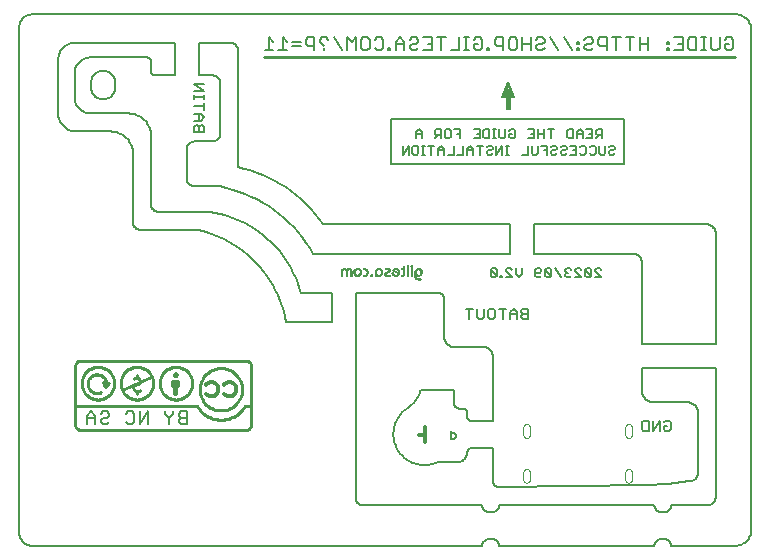
<source format=gbo>
G75*
G70*
%OFA0B0*%
%FSLAX24Y24*%
%IPPOS*%
%LPD*%
%AMOC8*
5,1,8,0,0,1.08239X$1,22.5*
%
%ADD10C,0.0050*%
%ADD11C,0.0080*%
%ADD12C,0.0100*%
%ADD13C,0.0060*%
%ADD14C,0.0004*%
%ADD15C,0.0120*%
%ADD16C,0.0020*%
%ADD17C,0.0040*%
D10*
X000929Y000534D02*
X015972Y000534D01*
X015972Y000562D01*
X015976Y000590D01*
X015983Y000617D01*
X015994Y000643D01*
X016008Y000667D01*
X016025Y000689D01*
X016045Y000709D01*
X016067Y000726D01*
X016091Y000740D01*
X016117Y000751D01*
X016144Y000758D01*
X016172Y000762D01*
X016322Y000762D01*
X016350Y000758D01*
X016377Y000751D01*
X016403Y000740D01*
X016427Y000726D01*
X016449Y000709D01*
X016469Y000689D01*
X016486Y000667D01*
X016500Y000643D01*
X016511Y000617D01*
X016518Y000590D01*
X016522Y000562D01*
X016522Y000534D01*
X021709Y000534D01*
X021709Y000562D01*
X021713Y000590D01*
X021720Y000617D01*
X021731Y000643D01*
X021745Y000667D01*
X021762Y000689D01*
X021782Y000709D01*
X021804Y000726D01*
X021828Y000740D01*
X021854Y000751D01*
X021881Y000758D01*
X021909Y000762D01*
X022059Y000762D01*
X022088Y000758D01*
X022115Y000751D01*
X022141Y000741D01*
X022166Y000727D01*
X022189Y000710D01*
X022209Y000690D01*
X022227Y000668D01*
X022241Y000643D01*
X022253Y000617D01*
X022260Y000590D01*
X022264Y000562D01*
X022265Y000534D01*
X022264Y000534D02*
X024328Y000534D01*
X024327Y000533D02*
X024374Y000530D01*
X024420Y000531D01*
X024466Y000536D01*
X024512Y000544D01*
X024556Y000557D01*
X024600Y000573D01*
X024642Y000592D01*
X024682Y000615D01*
X024720Y000641D01*
X024756Y000671D01*
X024790Y000703D01*
X024821Y000737D01*
X024848Y000775D01*
X024873Y000814D01*
X024894Y000855D01*
X024912Y000898D01*
X024926Y000942D01*
X024936Y000987D01*
X024943Y001033D01*
X024943Y001034D02*
X024943Y017752D01*
X024943Y017753D02*
X024936Y017798D01*
X024926Y017844D01*
X024911Y017888D01*
X024894Y017930D01*
X024872Y017971D01*
X024848Y018011D01*
X024820Y018048D01*
X024789Y018082D01*
X024756Y018114D01*
X024720Y018143D01*
X024682Y018170D01*
X024641Y018192D01*
X024599Y018212D01*
X024556Y018228D01*
X024511Y018240D01*
X024466Y018248D01*
X024420Y018253D01*
X024374Y018254D01*
X024327Y018251D01*
X024328Y018250D02*
X000929Y018250D01*
X000930Y018250D02*
X000889Y018243D01*
X000849Y018233D01*
X000809Y018219D01*
X000772Y018201D01*
X000736Y018180D01*
X000702Y018156D01*
X000671Y018129D01*
X000642Y018099D01*
X000616Y018066D01*
X000593Y018032D01*
X000574Y017995D01*
X000558Y017956D01*
X000546Y017917D01*
X000537Y017876D01*
X000532Y017835D01*
X000531Y017793D01*
X000534Y017752D01*
X000534Y001034D01*
X000531Y000993D01*
X000532Y000951D01*
X000537Y000910D01*
X000545Y000869D01*
X000558Y000829D01*
X000574Y000791D01*
X000593Y000754D01*
X000616Y000719D01*
X000642Y000686D01*
X000670Y000656D01*
X000702Y000629D01*
X000736Y000604D01*
X000772Y000583D01*
X000809Y000565D01*
X000848Y000551D01*
X000889Y000541D01*
X000930Y000534D01*
X009437Y007981D02*
X009399Y008165D01*
X009352Y008348D01*
X009296Y008528D01*
X009232Y008705D01*
X009159Y008878D01*
X009077Y009048D01*
X008988Y009214D01*
X008890Y009375D01*
X008785Y009532D01*
X008672Y009683D01*
X008552Y009828D01*
X008425Y009967D01*
X008291Y010100D01*
X008151Y010226D01*
X008005Y010345D01*
X007854Y010457D01*
X007697Y010562D01*
X007535Y010659D01*
X007369Y010747D01*
X007199Y010828D01*
X007025Y010900D01*
X006847Y010964D01*
X006667Y011019D01*
X006484Y011065D01*
X004578Y011065D01*
X004548Y011067D01*
X004518Y011072D01*
X004489Y011081D01*
X004462Y011094D01*
X004436Y011109D01*
X004412Y011128D01*
X004391Y011149D01*
X004372Y011173D01*
X004357Y011199D01*
X004344Y011226D01*
X004335Y011255D01*
X004330Y011285D01*
X004328Y011315D01*
X004328Y013595D01*
X004326Y013649D01*
X004320Y013702D01*
X004311Y013754D01*
X004298Y013806D01*
X004281Y013857D01*
X004260Y013907D01*
X004236Y013954D01*
X004209Y014000D01*
X004178Y014044D01*
X004145Y014086D01*
X004108Y014125D01*
X004069Y014162D01*
X004027Y014195D01*
X003983Y014226D01*
X003937Y014253D01*
X003890Y014277D01*
X003840Y014298D01*
X003789Y014315D01*
X003737Y014328D01*
X003685Y014337D01*
X003632Y014343D01*
X003578Y014345D01*
X002387Y014345D01*
X002341Y014350D01*
X002296Y014359D01*
X002251Y014371D01*
X002207Y014386D01*
X002165Y014405D01*
X002124Y014428D01*
X002085Y014453D01*
X002048Y014481D01*
X002014Y014512D01*
X001982Y014546D01*
X001953Y014582D01*
X001927Y014621D01*
X001903Y014661D01*
X001884Y014703D01*
X001867Y014746D01*
X001854Y014791D01*
X001844Y014836D01*
X001838Y014882D01*
X001836Y014928D01*
X001837Y014975D01*
X001837Y016756D01*
X001839Y016801D01*
X001845Y016847D01*
X001854Y016891D01*
X001867Y016935D01*
X001883Y016977D01*
X001903Y017018D01*
X001927Y017057D01*
X001953Y017094D01*
X001982Y017129D01*
X002014Y017161D01*
X002049Y017190D01*
X002086Y017216D01*
X002125Y017240D01*
X002166Y017260D01*
X002208Y017276D01*
X002252Y017289D01*
X002296Y017298D01*
X002342Y017304D01*
X002387Y017306D01*
X005733Y017306D01*
X005733Y016215D01*
X005078Y016215D01*
X005055Y016217D01*
X005032Y016222D01*
X005010Y016231D01*
X004990Y016244D01*
X004972Y016259D01*
X004957Y016277D01*
X004944Y016297D01*
X004935Y016319D01*
X004930Y016342D01*
X004928Y016365D01*
X004928Y016665D01*
X004926Y016688D01*
X004921Y016711D01*
X004912Y016733D01*
X004899Y016753D01*
X004884Y016771D01*
X004866Y016786D01*
X004846Y016799D01*
X004824Y016808D01*
X004801Y016813D01*
X004778Y016815D01*
X002928Y016815D01*
X002883Y016813D01*
X002837Y016807D01*
X002793Y016798D01*
X002749Y016785D01*
X002707Y016769D01*
X002666Y016749D01*
X002627Y016725D01*
X002590Y016699D01*
X002555Y016670D01*
X002523Y016638D01*
X002494Y016603D01*
X002468Y016566D01*
X002444Y016527D01*
X002424Y016486D01*
X002408Y016444D01*
X002395Y016400D01*
X002386Y016356D01*
X002380Y016310D01*
X002378Y016265D01*
X002378Y015495D01*
X002380Y015450D01*
X002386Y015404D01*
X002395Y015360D01*
X002408Y015316D01*
X002424Y015274D01*
X002444Y015233D01*
X002468Y015194D01*
X002494Y015157D01*
X002523Y015122D01*
X002555Y015090D01*
X002590Y015061D01*
X002627Y015035D01*
X002666Y015011D01*
X002707Y014991D01*
X002749Y014975D01*
X002793Y014962D01*
X002837Y014953D01*
X002883Y014947D01*
X002928Y014945D01*
X004178Y014945D01*
X004232Y014943D01*
X004285Y014937D01*
X004337Y014928D01*
X004389Y014915D01*
X004440Y014898D01*
X004490Y014877D01*
X004537Y014853D01*
X004583Y014826D01*
X004627Y014795D01*
X004669Y014762D01*
X004708Y014725D01*
X004745Y014686D01*
X004778Y014644D01*
X004809Y014600D01*
X004836Y014554D01*
X004860Y014507D01*
X004881Y014457D01*
X004898Y014406D01*
X004911Y014354D01*
X004920Y014302D01*
X004926Y014249D01*
X004928Y014195D01*
X004928Y011915D01*
X004930Y011885D01*
X004935Y011855D01*
X004944Y011826D01*
X004957Y011799D01*
X004972Y011773D01*
X004991Y011749D01*
X005012Y011728D01*
X005036Y011709D01*
X005062Y011694D01*
X005089Y011681D01*
X005118Y011672D01*
X005148Y011667D01*
X005178Y011665D01*
X006878Y011665D01*
X007228Y012515D02*
X006378Y012515D01*
X006348Y012517D01*
X006318Y012522D01*
X006289Y012531D01*
X006262Y012544D01*
X006236Y012559D01*
X006212Y012578D01*
X006191Y012599D01*
X006172Y012623D01*
X006157Y012649D01*
X006144Y012676D01*
X006135Y012705D01*
X006130Y012735D01*
X006128Y012765D01*
X006128Y013765D01*
X006130Y013795D01*
X006135Y013825D01*
X006144Y013854D01*
X006157Y013881D01*
X006172Y013907D01*
X006191Y013931D01*
X006212Y013952D01*
X006236Y013971D01*
X006262Y013986D01*
X006289Y013999D01*
X006318Y014008D01*
X006348Y014013D01*
X006378Y014015D01*
X006978Y014015D01*
X007008Y014017D01*
X007038Y014022D01*
X007067Y014031D01*
X007094Y014044D01*
X007120Y014059D01*
X007144Y014078D01*
X007165Y014099D01*
X007184Y014123D01*
X007199Y014149D01*
X007212Y014176D01*
X007221Y014205D01*
X007226Y014235D01*
X007228Y014265D01*
X007228Y015965D01*
X007226Y015995D01*
X007221Y016025D01*
X007212Y016054D01*
X007199Y016081D01*
X007184Y016107D01*
X007165Y016131D01*
X007144Y016152D01*
X007120Y016171D01*
X007094Y016186D01*
X007067Y016199D01*
X007038Y016208D01*
X007008Y016213D01*
X006978Y016215D01*
X006521Y016215D01*
X006521Y017306D01*
X007568Y017306D01*
X007569Y017306D02*
X007599Y017304D01*
X007628Y017299D01*
X007657Y017291D01*
X007684Y017279D01*
X007710Y017263D01*
X007734Y017245D01*
X007755Y017224D01*
X007774Y017201D01*
X007790Y017175D01*
X007802Y017148D01*
X007811Y017119D01*
X007817Y017090D01*
X007819Y017060D01*
X007818Y017060D02*
X007818Y013156D01*
X010657Y011256D02*
X016908Y011256D01*
X016908Y010259D01*
X010328Y010259D01*
X011709Y009704D02*
X011751Y009754D01*
X011774Y009769D01*
X011836Y009769D01*
X011889Y009734D01*
X011911Y009689D01*
X011911Y009629D01*
X011891Y009591D01*
X011869Y009564D01*
X011836Y009549D01*
X011801Y009541D02*
X011736Y009569D01*
X011704Y009631D01*
X011709Y009704D01*
X011747Y008965D02*
X011747Y002142D01*
X011747Y002141D02*
X011748Y002112D01*
X011752Y002083D01*
X011760Y002054D01*
X011771Y002027D01*
X011786Y002001D01*
X011803Y001977D01*
X011823Y001955D01*
X011846Y001936D01*
X011871Y001920D01*
X011897Y001907D01*
X011925Y001897D01*
X011954Y001891D01*
X011984Y001888D01*
X011983Y001888D02*
X015972Y001888D01*
X015972Y001860D01*
X015976Y001832D01*
X015983Y001805D01*
X015994Y001779D01*
X016008Y001755D01*
X016025Y001733D01*
X016045Y001713D01*
X016067Y001696D01*
X016091Y001682D01*
X016117Y001671D01*
X016144Y001664D01*
X016172Y001660D01*
X016322Y001660D01*
X016350Y001664D01*
X016377Y001671D01*
X016403Y001682D01*
X016427Y001696D01*
X016449Y001713D01*
X016469Y001733D01*
X016486Y001755D01*
X016500Y001779D01*
X016511Y001805D01*
X016518Y001832D01*
X016522Y001860D01*
X016522Y001888D01*
X021709Y001888D01*
X021709Y001860D01*
X021713Y001832D01*
X021720Y001805D01*
X021731Y001779D01*
X021745Y001755D01*
X021762Y001733D01*
X021782Y001713D01*
X021804Y001696D01*
X021828Y001682D01*
X021854Y001671D01*
X021881Y001664D01*
X021909Y001660D01*
X022059Y001660D01*
X022088Y001664D01*
X022115Y001671D01*
X022141Y001681D01*
X022166Y001695D01*
X022189Y001712D01*
X022209Y001732D01*
X022227Y001754D01*
X022241Y001779D01*
X022253Y001805D01*
X022260Y001832D01*
X022264Y001860D01*
X022265Y001888D01*
X022264Y001888D02*
X023464Y001888D01*
X023497Y001890D01*
X023530Y001896D01*
X023562Y001905D01*
X023592Y001918D01*
X023621Y001935D01*
X023648Y001954D01*
X023673Y001976D01*
X023695Y002001D01*
X023714Y002028D01*
X023730Y002058D01*
X023742Y002088D01*
X023751Y002120D01*
X023756Y002153D01*
X023758Y002186D01*
X023758Y006464D01*
X021278Y006464D01*
X021278Y005715D01*
X021282Y005676D01*
X021290Y005637D01*
X021301Y005600D01*
X021315Y005563D01*
X021333Y005528D01*
X021355Y005495D01*
X021379Y005464D01*
X021406Y005435D01*
X021435Y005409D01*
X021467Y005386D01*
X021500Y005365D01*
X021536Y005348D01*
X021573Y005334D01*
X021611Y005324D01*
X021649Y005317D01*
X021689Y005314D01*
X021728Y005315D01*
X022828Y005315D01*
X022827Y005316D02*
X022863Y005311D01*
X022899Y005303D01*
X022933Y005291D01*
X022967Y005276D01*
X022998Y005258D01*
X023028Y005237D01*
X023055Y005213D01*
X023080Y005186D01*
X023102Y005157D01*
X023121Y005126D01*
X023137Y005094D01*
X023150Y005059D01*
X023160Y005024D01*
X023166Y004988D01*
X023168Y004952D01*
X023167Y004916D01*
X023167Y004915D02*
X023167Y002977D01*
X023165Y002944D01*
X023160Y002912D01*
X023151Y002880D01*
X023138Y002849D01*
X023122Y002821D01*
X023103Y002794D01*
X023081Y002769D01*
X023056Y002747D01*
X023029Y002728D01*
X023001Y002712D01*
X022970Y002699D01*
X022938Y002690D01*
X022906Y002685D01*
X022873Y002683D01*
X021424Y002565D02*
X016564Y002479D01*
X016534Y002481D01*
X016504Y002486D01*
X016475Y002495D01*
X016448Y002508D01*
X016422Y002523D01*
X016398Y002542D01*
X016377Y002563D01*
X016358Y002587D01*
X016343Y002613D01*
X016330Y002640D01*
X016321Y002669D01*
X016316Y002699D01*
X016314Y002729D01*
X016314Y003798D01*
X015645Y003798D01*
X015622Y003799D01*
X015599Y003796D01*
X015576Y003790D01*
X015555Y003780D01*
X015535Y003768D01*
X015517Y003753D01*
X015502Y003736D01*
X015489Y003716D01*
X015479Y003695D01*
X015472Y003673D01*
X015469Y003650D01*
X015468Y003649D02*
X015467Y003616D01*
X015462Y003583D01*
X015453Y003551D01*
X015442Y003520D01*
X015427Y003490D01*
X015409Y003462D01*
X015388Y003436D01*
X015365Y003412D01*
X015340Y003391D01*
X015312Y003372D01*
X015282Y003357D01*
X015251Y003345D01*
X015219Y003336D01*
X015186Y003330D01*
X015153Y003328D01*
X014493Y003328D01*
X014436Y003302D01*
X014377Y003280D01*
X014317Y003262D01*
X014255Y003248D01*
X014193Y003237D01*
X014131Y003230D01*
X014068Y003226D01*
X014005Y003227D01*
X013942Y003231D01*
X013880Y003239D01*
X013818Y003251D01*
X013757Y003267D01*
X013697Y003286D01*
X013639Y003309D01*
X013582Y003335D01*
X013526Y003365D01*
X013473Y003398D01*
X013421Y003434D01*
X013372Y003473D01*
X013326Y003515D01*
X013281Y003560D01*
X013240Y003608D01*
X013202Y003658D01*
X013167Y003710D01*
X013135Y003764D01*
X013106Y003820D01*
X013081Y003878D01*
X013059Y003937D01*
X013041Y003997D01*
X013027Y004058D01*
X013016Y004120D01*
X013009Y004183D01*
X013006Y004246D01*
X013007Y004308D01*
X013011Y004371D01*
X013020Y004434D01*
X013032Y004495D01*
X013048Y004556D01*
X013067Y004616D01*
X013090Y004675D01*
X013117Y004732D01*
X013147Y004787D01*
X013180Y004840D01*
X013216Y004892D01*
X013256Y004941D01*
X013298Y004987D01*
X013343Y005031D01*
X013391Y005072D01*
X013441Y005110D01*
X013928Y005738D02*
X015028Y005738D01*
X015028Y005288D01*
X015029Y005288D02*
X015028Y005264D01*
X015031Y005241D01*
X015038Y005219D01*
X015047Y005197D01*
X015059Y005177D01*
X015075Y005160D01*
X015092Y005144D01*
X015112Y005131D01*
X015133Y005121D01*
X015155Y005114D01*
X015178Y005111D01*
X015178Y005110D02*
X015318Y005110D01*
X015341Y005106D01*
X015363Y005100D01*
X015384Y005091D01*
X015403Y005078D01*
X015421Y005063D01*
X015436Y005046D01*
X015448Y005027D01*
X015458Y005006D01*
X015464Y004984D01*
X015468Y004961D01*
X015468Y004938D01*
X015468Y004876D01*
X015469Y004876D02*
X015468Y004853D01*
X015471Y004830D01*
X015477Y004808D01*
X015486Y004787D01*
X015498Y004767D01*
X015512Y004749D01*
X015529Y004733D01*
X015548Y004720D01*
X015569Y004710D01*
X015591Y004703D01*
X015614Y004699D01*
X015613Y004698D02*
X016314Y004698D01*
X016314Y006881D01*
X016314Y006880D02*
X016310Y006913D01*
X016303Y006944D01*
X016293Y006975D01*
X016279Y007005D01*
X016262Y007032D01*
X016242Y007058D01*
X016219Y007081D01*
X016193Y007101D01*
X016166Y007119D01*
X016137Y007133D01*
X016106Y007144D01*
X016074Y007152D01*
X016042Y007155D01*
X016010Y007156D01*
X016009Y007156D02*
X015014Y007156D01*
X014979Y007160D01*
X014944Y007169D01*
X014910Y007180D01*
X014878Y007195D01*
X014847Y007214D01*
X014819Y007236D01*
X014793Y007260D01*
X014770Y007287D01*
X014749Y007316D01*
X014732Y007348D01*
X014718Y007381D01*
X014708Y007415D01*
X014701Y007450D01*
X014698Y007485D01*
X014699Y007521D01*
X014699Y008765D01*
X014700Y008765D02*
X014697Y008792D01*
X014690Y008819D01*
X014680Y008845D01*
X014666Y008869D01*
X014650Y008891D01*
X014630Y008911D01*
X014609Y008928D01*
X014585Y008942D01*
X014560Y008953D01*
X014533Y008960D01*
X014506Y008964D01*
X014478Y008965D01*
X011747Y008965D01*
X010960Y008965D02*
X010960Y007981D01*
X009437Y007981D01*
X009928Y008965D02*
X010960Y008965D01*
X013928Y005738D02*
X013910Y005678D01*
X013888Y005619D01*
X013862Y005562D01*
X013833Y005506D01*
X013801Y005453D01*
X013765Y005401D01*
X013727Y005351D01*
X013686Y005304D01*
X013641Y005259D01*
X013595Y005218D01*
X013545Y005179D01*
X013494Y005143D01*
X013440Y005110D01*
X010657Y011256D02*
X010530Y011434D01*
X010394Y011605D01*
X010250Y011770D01*
X010099Y011928D01*
X009940Y012078D01*
X009774Y012221D01*
X009601Y012356D01*
X009422Y012482D01*
X009238Y012599D01*
X009047Y012707D01*
X008852Y012806D01*
X008653Y012896D01*
X008449Y012976D01*
X008242Y013046D01*
X008031Y013106D01*
X007818Y013156D01*
X003728Y015815D02*
X003728Y015965D01*
X003726Y016004D01*
X003720Y016043D01*
X003711Y016081D01*
X003698Y016118D01*
X003681Y016154D01*
X003661Y016187D01*
X003637Y016219D01*
X003611Y016248D01*
X003582Y016274D01*
X003550Y016298D01*
X003517Y016318D01*
X003481Y016335D01*
X003444Y016348D01*
X003406Y016357D01*
X003367Y016363D01*
X003328Y016365D01*
X003289Y016363D01*
X003250Y016357D01*
X003212Y016348D01*
X003175Y016335D01*
X003139Y016318D01*
X003106Y016298D01*
X003074Y016274D01*
X003045Y016248D01*
X003019Y016219D01*
X002995Y016187D01*
X002975Y016154D01*
X002958Y016118D01*
X002945Y016081D01*
X002936Y016043D01*
X002930Y016004D01*
X002928Y015965D01*
X002928Y015815D01*
X002930Y015776D01*
X002936Y015737D01*
X002945Y015699D01*
X002958Y015662D01*
X002975Y015626D01*
X002995Y015593D01*
X003019Y015561D01*
X003045Y015532D01*
X003074Y015506D01*
X003106Y015482D01*
X003139Y015462D01*
X003175Y015445D01*
X003212Y015432D01*
X003250Y015423D01*
X003289Y015417D01*
X003328Y015415D01*
X003367Y015417D01*
X003406Y015423D01*
X003444Y015432D01*
X003481Y015445D01*
X003517Y015462D01*
X003550Y015482D01*
X003582Y015506D01*
X003611Y015532D01*
X003637Y015561D01*
X003661Y015593D01*
X003681Y015626D01*
X003698Y015662D01*
X003711Y015699D01*
X003720Y015737D01*
X003726Y015776D01*
X003728Y015815D01*
X013318Y013874D02*
X013318Y013573D01*
X013518Y013874D01*
X013518Y013573D01*
X013640Y013624D02*
X013640Y013824D01*
X013690Y013874D01*
X013790Y013874D01*
X013840Y013824D01*
X013840Y013624D01*
X013790Y013573D01*
X013690Y013573D01*
X013640Y013624D01*
X013955Y013573D02*
X014055Y013573D01*
X014005Y013573D02*
X014005Y013874D01*
X014055Y013874D02*
X013955Y013874D01*
X014177Y013874D02*
X014377Y013874D01*
X014277Y013874D02*
X014277Y013573D01*
X014499Y013573D02*
X014499Y013774D01*
X014600Y013874D01*
X014700Y013774D01*
X014700Y013573D01*
X014822Y013573D02*
X015022Y013573D01*
X015022Y013874D01*
X015144Y013573D02*
X015344Y013573D01*
X015344Y013874D01*
X015466Y013774D02*
X015466Y013573D01*
X015466Y013724D02*
X015666Y013724D01*
X015666Y013774D02*
X015566Y013874D01*
X015466Y013774D01*
X015666Y013774D02*
X015666Y013573D01*
X015889Y013573D02*
X015889Y013874D01*
X015989Y013874D02*
X015789Y013874D01*
X015881Y014123D02*
X015681Y014123D01*
X015781Y014274D02*
X015881Y014274D01*
X015881Y014424D02*
X015881Y014123D01*
X016003Y014174D02*
X016003Y014374D01*
X016053Y014424D01*
X016204Y014424D01*
X016204Y014123D01*
X016053Y014123D01*
X016003Y014174D01*
X015881Y014424D02*
X015681Y014424D01*
X015237Y014424D02*
X015237Y014123D01*
X015237Y014274D02*
X015137Y014274D01*
X015237Y014424D02*
X015037Y014424D01*
X014915Y014374D02*
X014915Y014174D01*
X014864Y014123D01*
X014764Y014123D01*
X014714Y014174D01*
X014714Y014374D01*
X014764Y014424D01*
X014864Y014424D01*
X014915Y014374D01*
X014592Y014424D02*
X014592Y014123D01*
X014592Y014224D02*
X014442Y014224D01*
X014392Y014274D01*
X014392Y014374D01*
X014442Y014424D01*
X014592Y014424D01*
X014492Y014224D02*
X014392Y014123D01*
X014499Y013724D02*
X014700Y013724D01*
X013948Y014123D02*
X013948Y014324D01*
X013848Y014424D01*
X013748Y014324D01*
X013748Y014123D01*
X013748Y014274D02*
X013948Y014274D01*
X016111Y013824D02*
X016161Y013874D01*
X016261Y013874D01*
X016311Y013824D01*
X016311Y013774D01*
X016261Y013724D01*
X016161Y013724D01*
X016111Y013674D01*
X016111Y013624D01*
X016161Y013573D01*
X016261Y013573D01*
X016311Y013624D01*
X016433Y013573D02*
X016433Y013874D01*
X016633Y013874D02*
X016433Y013573D01*
X016633Y013573D02*
X016633Y013874D01*
X016748Y013874D02*
X016848Y013874D01*
X016798Y013874D02*
X016798Y013573D01*
X016848Y013573D02*
X016748Y013573D01*
X017293Y013573D02*
X017493Y013573D01*
X017493Y013874D01*
X017615Y013874D02*
X017615Y013624D01*
X017665Y013573D01*
X017765Y013573D01*
X017815Y013624D01*
X017815Y013874D01*
X017937Y013874D02*
X018137Y013874D01*
X018137Y013573D01*
X018259Y013624D02*
X018309Y013573D01*
X018410Y013573D01*
X018460Y013624D01*
X018410Y013724D02*
X018309Y013724D01*
X018259Y013674D01*
X018259Y013624D01*
X018137Y013724D02*
X018037Y013724D01*
X018259Y013824D02*
X018309Y013874D01*
X018410Y013874D01*
X018460Y013824D01*
X018460Y013774D01*
X018410Y013724D01*
X018582Y013674D02*
X018582Y013624D01*
X018632Y013573D01*
X018732Y013573D01*
X018782Y013624D01*
X018732Y013724D02*
X018632Y013724D01*
X018582Y013674D01*
X018582Y013824D02*
X018632Y013874D01*
X018732Y013874D01*
X018782Y013824D01*
X018782Y013774D01*
X018732Y013724D01*
X018904Y013874D02*
X019104Y013874D01*
X019104Y013573D01*
X018904Y013573D01*
X019004Y013724D02*
X019104Y013724D01*
X019226Y013824D02*
X019276Y013874D01*
X019376Y013874D01*
X019426Y013824D01*
X019426Y013624D01*
X019376Y013573D01*
X019276Y013573D01*
X019226Y013624D01*
X019548Y013624D02*
X019599Y013573D01*
X019699Y013573D01*
X019749Y013624D01*
X019749Y013824D01*
X019699Y013874D01*
X019599Y013874D01*
X019548Y013824D01*
X019871Y013874D02*
X019871Y013624D01*
X019921Y013573D01*
X020021Y013573D01*
X020071Y013624D01*
X020071Y013874D01*
X020193Y013824D02*
X020243Y013874D01*
X020343Y013874D01*
X020393Y013824D01*
X020393Y013774D01*
X020343Y013724D01*
X020243Y013724D01*
X020193Y013674D01*
X020193Y013624D01*
X020243Y013573D01*
X020343Y013573D01*
X020393Y013624D01*
X019963Y014123D02*
X019963Y014424D01*
X019813Y014424D01*
X019763Y014374D01*
X019763Y014274D01*
X019813Y014224D01*
X019963Y014224D01*
X019863Y014224D02*
X019763Y014123D01*
X019641Y014123D02*
X019441Y014123D01*
X019319Y014123D02*
X019319Y014324D01*
X019219Y014424D01*
X019119Y014324D01*
X019119Y014123D01*
X018997Y014123D02*
X018997Y014424D01*
X018847Y014424D01*
X018796Y014374D01*
X018796Y014174D01*
X018847Y014123D01*
X018997Y014123D01*
X019119Y014274D02*
X019319Y014274D01*
X019441Y014424D02*
X019641Y014424D01*
X019641Y014123D01*
X019641Y014274D02*
X019541Y014274D01*
X018352Y014424D02*
X018152Y014424D01*
X018252Y014424D02*
X018252Y014123D01*
X018030Y014123D02*
X018030Y014424D01*
X018030Y014274D02*
X017830Y014274D01*
X017708Y014274D02*
X017607Y014274D01*
X017507Y014424D02*
X017708Y014424D01*
X017708Y014123D01*
X017507Y014123D01*
X017830Y014123D02*
X017830Y014424D01*
X017063Y014374D02*
X017063Y014174D01*
X017013Y014123D01*
X016913Y014123D01*
X016863Y014174D01*
X016863Y014274D01*
X016963Y014274D01*
X017063Y014374D02*
X017013Y014424D01*
X016913Y014424D01*
X016863Y014374D01*
X016741Y014424D02*
X016741Y014174D01*
X016691Y014123D01*
X016591Y014123D01*
X016541Y014174D01*
X016541Y014424D01*
X016418Y014424D02*
X016318Y014424D01*
X016368Y014424D02*
X016368Y014123D01*
X016418Y014123D02*
X016318Y014123D01*
X017695Y011256D02*
X017695Y010259D01*
X021028Y010259D01*
X021058Y010258D01*
X021087Y010253D01*
X021116Y010244D01*
X021143Y010232D01*
X021169Y010217D01*
X021192Y010199D01*
X021214Y010178D01*
X021232Y010155D01*
X021248Y010130D01*
X021261Y010103D01*
X021270Y010074D01*
X021276Y010045D01*
X021278Y010015D01*
X021278Y007252D01*
X023758Y007252D01*
X023758Y010915D01*
X023757Y010916D02*
X023756Y010951D01*
X023751Y010985D01*
X023742Y011019D01*
X023730Y011052D01*
X023715Y011084D01*
X023696Y011114D01*
X023674Y011141D01*
X023650Y011166D01*
X023623Y011189D01*
X023594Y011208D01*
X023563Y011225D01*
X023531Y011238D01*
X023497Y011248D01*
X023462Y011254D01*
X023427Y011256D01*
X023428Y011256D02*
X017695Y011256D01*
X021424Y002565D02*
X022150Y002608D01*
X022873Y002683D01*
X009928Y008965D02*
X009877Y009137D01*
X009818Y009307D01*
X009751Y009474D01*
X009675Y009637D01*
X009592Y009797D01*
X009501Y009952D01*
X009403Y010102D01*
X009298Y010248D01*
X009185Y010388D01*
X009066Y010523D01*
X008941Y010652D01*
X008809Y010774D01*
X008671Y010890D01*
X008528Y010999D01*
X008380Y011101D01*
X008227Y011195D01*
X008070Y011282D01*
X007909Y011362D01*
X007744Y011433D01*
X007576Y011496D01*
X007404Y011551D01*
X007231Y011598D01*
X007055Y011636D01*
X006878Y011665D01*
X007228Y012515D02*
X007443Y012468D01*
X007655Y012410D01*
X007864Y012342D01*
X008070Y012264D01*
X008271Y012176D01*
X008469Y012079D01*
X008661Y011972D01*
X008847Y011856D01*
X009028Y011730D01*
X009203Y011597D01*
X009371Y011455D01*
X009532Y011305D01*
X009685Y011147D01*
X009831Y010983D01*
X009968Y010811D01*
X010097Y010633D01*
X010217Y010449D01*
X010328Y010259D01*
D11*
X012928Y013246D02*
X012928Y014746D01*
X020678Y014746D01*
X020678Y013246D01*
X012928Y013246D01*
X016778Y015096D02*
X016878Y015096D01*
X016878Y015496D01*
X016828Y015496D01*
X016778Y015496D01*
X016778Y015096D01*
X016828Y015096D02*
X016828Y015496D01*
X016878Y015496D02*
X017028Y015496D01*
X016828Y015996D01*
X016628Y015496D01*
X016778Y015496D01*
X016728Y015546D02*
X016978Y015546D01*
X016878Y015796D01*
X016778Y015596D01*
X016878Y015596D01*
X016878Y015696D01*
X016828Y015846D02*
X016728Y015546D01*
X016665Y017057D02*
X016665Y017478D01*
X016455Y017478D01*
X016385Y017407D01*
X016385Y017267D01*
X016455Y017197D01*
X016665Y017197D01*
X016845Y017127D02*
X016915Y017057D01*
X017055Y017057D01*
X017125Y017127D01*
X017125Y017407D01*
X017055Y017478D01*
X016915Y017478D01*
X016845Y017407D01*
X016845Y017127D01*
X017306Y017057D02*
X017306Y017478D01*
X017306Y017267D02*
X017586Y017267D01*
X017766Y017197D02*
X017766Y017127D01*
X017836Y017057D01*
X017976Y017057D01*
X018046Y017127D01*
X017976Y017267D02*
X017836Y017267D01*
X017766Y017197D01*
X017766Y017407D02*
X017836Y017478D01*
X017976Y017478D01*
X018046Y017407D01*
X018046Y017337D01*
X017976Y017267D01*
X017586Y017057D02*
X017586Y017478D01*
X018226Y017478D02*
X018507Y017057D01*
X018687Y017478D02*
X018967Y017057D01*
X019127Y017057D02*
X019127Y017127D01*
X019197Y017127D01*
X019197Y017057D01*
X019127Y017057D01*
X019127Y017267D02*
X019197Y017267D01*
X019197Y017337D01*
X019127Y017337D01*
X019127Y017267D01*
X019377Y017197D02*
X019377Y017127D01*
X019447Y017057D01*
X019587Y017057D01*
X019658Y017127D01*
X019587Y017267D02*
X019658Y017337D01*
X019658Y017407D01*
X019587Y017478D01*
X019447Y017478D01*
X019377Y017407D01*
X019447Y017267D02*
X019377Y017197D01*
X019447Y017267D02*
X019587Y017267D01*
X019838Y017267D02*
X019838Y017407D01*
X019908Y017478D01*
X020118Y017478D01*
X020118Y017057D01*
X020118Y017197D02*
X019908Y017197D01*
X019838Y017267D01*
X020298Y017478D02*
X020578Y017478D01*
X020438Y017478D02*
X020438Y017057D01*
X020899Y017057D02*
X020899Y017478D01*
X021039Y017478D02*
X020758Y017478D01*
X021219Y017478D02*
X021219Y017057D01*
X021219Y017267D02*
X021499Y017267D01*
X021499Y017057D02*
X021499Y017478D01*
X022120Y017337D02*
X022120Y017267D01*
X022190Y017267D01*
X022190Y017337D01*
X022120Y017337D01*
X022120Y017127D02*
X022120Y017057D01*
X022190Y017057D01*
X022190Y017127D01*
X022120Y017127D01*
X022370Y017057D02*
X022650Y017057D01*
X022650Y017478D01*
X022370Y017478D01*
X022510Y017267D02*
X022650Y017267D01*
X022830Y017127D02*
X022900Y017057D01*
X023110Y017057D01*
X023110Y017478D01*
X022900Y017478D01*
X022830Y017407D01*
X022830Y017127D01*
X023277Y017057D02*
X023417Y017057D01*
X023347Y017057D02*
X023347Y017478D01*
X023417Y017478D02*
X023277Y017478D01*
X023598Y017478D02*
X023598Y017127D01*
X023668Y017057D01*
X023808Y017057D01*
X023878Y017127D01*
X023878Y017478D01*
X024058Y017407D02*
X024128Y017478D01*
X024268Y017478D01*
X024338Y017407D01*
X024338Y017127D01*
X024268Y017057D01*
X024128Y017057D01*
X024058Y017127D01*
X024058Y017267D01*
X024198Y017267D01*
X016205Y017127D02*
X016205Y017057D01*
X016135Y017057D01*
X016135Y017127D01*
X016205Y017127D01*
X015974Y017127D02*
X015904Y017057D01*
X015764Y017057D01*
X015694Y017127D01*
X015694Y017267D01*
X015834Y017267D01*
X015974Y017407D02*
X015974Y017127D01*
X015974Y017407D02*
X015904Y017478D01*
X015764Y017478D01*
X015694Y017407D01*
X015514Y017478D02*
X015374Y017478D01*
X015444Y017478D02*
X015444Y017057D01*
X015514Y017057D02*
X015374Y017057D01*
X015207Y017057D02*
X014927Y017057D01*
X015207Y017057D02*
X015207Y017478D01*
X014747Y017478D02*
X014466Y017478D01*
X014607Y017478D02*
X014607Y017057D01*
X014286Y017057D02*
X014006Y017057D01*
X013826Y017127D02*
X013756Y017057D01*
X013616Y017057D01*
X013546Y017127D01*
X013546Y017197D01*
X013616Y017267D01*
X013756Y017267D01*
X013826Y017337D01*
X013826Y017407D01*
X013756Y017478D01*
X013616Y017478D01*
X013546Y017407D01*
X013366Y017337D02*
X013225Y017478D01*
X013085Y017337D01*
X013085Y017057D01*
X012905Y017057D02*
X012905Y017127D01*
X012835Y017127D01*
X012835Y017057D01*
X012905Y017057D01*
X012675Y017127D02*
X012605Y017057D01*
X012465Y017057D01*
X012395Y017127D01*
X012215Y017127D02*
X012144Y017057D01*
X012004Y017057D01*
X011934Y017127D01*
X011934Y017407D01*
X012004Y017478D01*
X012144Y017478D01*
X012215Y017407D01*
X012215Y017127D01*
X012395Y017407D02*
X012465Y017478D01*
X012605Y017478D01*
X012675Y017407D01*
X012675Y017127D01*
X013085Y017267D02*
X013366Y017267D01*
X013366Y017337D02*
X013366Y017057D01*
X014006Y017478D02*
X014286Y017478D01*
X014286Y017057D01*
X014286Y017267D02*
X014146Y017267D01*
X011754Y017057D02*
X011754Y017478D01*
X011614Y017337D01*
X011474Y017478D01*
X011474Y017057D01*
X011294Y017057D02*
X011014Y017478D01*
X010833Y017407D02*
X010763Y017478D01*
X010623Y017478D01*
X010553Y017407D01*
X010553Y017337D01*
X010693Y017197D01*
X010693Y017127D02*
X010693Y017057D01*
X010373Y017057D02*
X010373Y017478D01*
X010163Y017478D01*
X010093Y017407D01*
X010093Y017267D01*
X010163Y017197D01*
X010373Y017197D01*
X009913Y017197D02*
X009632Y017197D01*
X009632Y017337D02*
X009913Y017337D01*
X009452Y017337D02*
X009312Y017478D01*
X009312Y017057D01*
X009452Y017057D02*
X009172Y017057D01*
X008992Y017057D02*
X008712Y017057D01*
X008852Y017057D02*
X008852Y017478D01*
X008992Y017337D01*
X006127Y005011D02*
X005917Y005011D01*
X005847Y004941D01*
X005847Y004871D01*
X005917Y004801D01*
X006127Y004801D01*
X005917Y004801D02*
X005847Y004731D01*
X005847Y004661D01*
X005917Y004591D01*
X006127Y004591D01*
X006127Y005011D01*
X005667Y005011D02*
X005667Y004941D01*
X005527Y004801D01*
X005527Y004591D01*
X005527Y004801D02*
X005387Y004941D01*
X005387Y005011D01*
X004827Y005011D02*
X004827Y004591D01*
X004547Y004591D02*
X004547Y005011D01*
X004367Y004941D02*
X004367Y004661D01*
X004297Y004591D01*
X004157Y004591D01*
X004087Y004661D01*
X004547Y004591D02*
X004827Y005011D01*
X004367Y004941D02*
X004297Y005011D01*
X004157Y005011D01*
X004087Y004941D01*
X003527Y004941D02*
X003527Y004871D01*
X003457Y004801D01*
X003317Y004801D01*
X003247Y004731D01*
X003247Y004661D01*
X003317Y004591D01*
X003457Y004591D01*
X003527Y004661D01*
X003067Y004591D02*
X003067Y004871D01*
X002927Y005011D01*
X002787Y004871D01*
X002787Y004591D01*
X002787Y004801D02*
X003067Y004801D01*
X003247Y004941D02*
X003317Y005011D01*
X003457Y005011D01*
X003527Y004941D01*
D12*
X002557Y004401D02*
X002534Y004403D01*
X002511Y004408D01*
X002489Y004417D01*
X002469Y004430D01*
X002451Y004445D01*
X002436Y004463D01*
X002423Y004483D01*
X002414Y004505D01*
X002409Y004528D01*
X002407Y004551D01*
X002407Y006551D01*
X002409Y006574D01*
X002414Y006597D01*
X002423Y006619D01*
X002436Y006639D01*
X002451Y006657D01*
X002469Y006672D01*
X002489Y006685D01*
X002511Y006694D01*
X002534Y006699D01*
X002557Y006701D01*
X008107Y006701D01*
X008130Y006699D01*
X008153Y006694D01*
X008175Y006685D01*
X008195Y006672D01*
X008213Y006657D01*
X008228Y006639D01*
X008241Y006619D01*
X008250Y006597D01*
X008255Y006574D01*
X008257Y006551D01*
X008257Y004551D01*
X008255Y004528D01*
X008250Y004505D01*
X008241Y004483D01*
X008228Y004463D01*
X008213Y004445D01*
X008195Y004430D01*
X008175Y004417D01*
X008153Y004408D01*
X008130Y004403D01*
X008107Y004401D01*
X002557Y004401D01*
X002407Y005201D02*
X006457Y005201D01*
X005767Y005601D02*
X005697Y005601D01*
X005697Y005871D01*
X005627Y005871D01*
X005627Y006031D01*
X005837Y006031D01*
X005837Y005871D01*
X005767Y005871D01*
X005767Y005601D01*
X005787Y005931D02*
X005717Y005931D01*
X005717Y005981D01*
X005216Y005951D02*
X005218Y005997D01*
X005224Y006042D01*
X005233Y006087D01*
X005247Y006131D01*
X005264Y006174D01*
X005285Y006215D01*
X005309Y006254D01*
X005336Y006291D01*
X005366Y006325D01*
X005400Y006357D01*
X005435Y006386D01*
X005473Y006412D01*
X005513Y006434D01*
X005555Y006453D01*
X005599Y006468D01*
X005643Y006480D01*
X005688Y006488D01*
X005734Y006492D01*
X005780Y006492D01*
X005826Y006488D01*
X005871Y006480D01*
X005915Y006468D01*
X005959Y006453D01*
X006001Y006434D01*
X006041Y006412D01*
X006079Y006386D01*
X006114Y006357D01*
X006148Y006325D01*
X006178Y006291D01*
X006205Y006254D01*
X006229Y006215D01*
X006250Y006174D01*
X006267Y006131D01*
X006281Y006087D01*
X006290Y006042D01*
X006296Y005997D01*
X006298Y005951D01*
X006296Y005905D01*
X006290Y005860D01*
X006281Y005815D01*
X006267Y005771D01*
X006250Y005728D01*
X006229Y005687D01*
X006205Y005648D01*
X006178Y005611D01*
X006148Y005577D01*
X006114Y005545D01*
X006079Y005516D01*
X006041Y005490D01*
X006001Y005468D01*
X005959Y005449D01*
X005915Y005434D01*
X005871Y005422D01*
X005826Y005414D01*
X005780Y005410D01*
X005734Y005410D01*
X005688Y005414D01*
X005643Y005422D01*
X005599Y005434D01*
X005555Y005449D01*
X005513Y005468D01*
X005473Y005490D01*
X005435Y005516D01*
X005400Y005545D01*
X005366Y005577D01*
X005336Y005611D01*
X005309Y005648D01*
X005285Y005687D01*
X005264Y005728D01*
X005247Y005771D01*
X005233Y005815D01*
X005224Y005860D01*
X005218Y005905D01*
X005216Y005951D01*
X004937Y006161D02*
X003977Y005721D01*
X004457Y005681D02*
X004457Y005601D01*
X004396Y005701D02*
X004380Y005713D01*
X004365Y005728D01*
X004354Y005745D01*
X004345Y005764D01*
X004340Y005784D01*
X004338Y005805D01*
X004340Y005826D01*
X004345Y005846D01*
X004354Y005865D01*
X004365Y005882D01*
X004380Y005897D01*
X004397Y005909D01*
X004415Y005918D01*
X004435Y005924D01*
X004456Y005927D01*
X004476Y005926D01*
X004497Y005921D01*
X003916Y005951D02*
X003918Y005997D01*
X003924Y006042D01*
X003933Y006087D01*
X003947Y006131D01*
X003964Y006174D01*
X003985Y006215D01*
X004009Y006254D01*
X004036Y006291D01*
X004066Y006325D01*
X004100Y006357D01*
X004135Y006386D01*
X004173Y006412D01*
X004213Y006434D01*
X004255Y006453D01*
X004299Y006468D01*
X004343Y006480D01*
X004388Y006488D01*
X004434Y006492D01*
X004480Y006492D01*
X004526Y006488D01*
X004571Y006480D01*
X004615Y006468D01*
X004659Y006453D01*
X004701Y006434D01*
X004741Y006412D01*
X004779Y006386D01*
X004814Y006357D01*
X004848Y006325D01*
X004878Y006291D01*
X004905Y006254D01*
X004929Y006215D01*
X004950Y006174D01*
X004967Y006131D01*
X004981Y006087D01*
X004990Y006042D01*
X004996Y005997D01*
X004998Y005951D01*
X004996Y005905D01*
X004990Y005860D01*
X004981Y005815D01*
X004967Y005771D01*
X004950Y005728D01*
X004929Y005687D01*
X004905Y005648D01*
X004878Y005611D01*
X004848Y005577D01*
X004814Y005545D01*
X004779Y005516D01*
X004741Y005490D01*
X004701Y005468D01*
X004659Y005449D01*
X004615Y005434D01*
X004571Y005422D01*
X004526Y005414D01*
X004480Y005410D01*
X004434Y005410D01*
X004388Y005414D01*
X004343Y005422D01*
X004299Y005434D01*
X004255Y005449D01*
X004213Y005468D01*
X004173Y005490D01*
X004135Y005516D01*
X004100Y005545D01*
X004066Y005577D01*
X004036Y005611D01*
X004009Y005648D01*
X003985Y005687D01*
X003964Y005728D01*
X003947Y005771D01*
X003933Y005815D01*
X003924Y005860D01*
X003918Y005905D01*
X003916Y005951D01*
X003517Y005961D02*
X003397Y005841D01*
X003317Y005981D01*
X003517Y005961D01*
X002616Y005951D02*
X002618Y005997D01*
X002624Y006042D01*
X002633Y006087D01*
X002647Y006131D01*
X002664Y006174D01*
X002685Y006215D01*
X002709Y006254D01*
X002736Y006291D01*
X002766Y006325D01*
X002800Y006357D01*
X002835Y006386D01*
X002873Y006412D01*
X002913Y006434D01*
X002955Y006453D01*
X002999Y006468D01*
X003043Y006480D01*
X003088Y006488D01*
X003134Y006492D01*
X003180Y006492D01*
X003226Y006488D01*
X003271Y006480D01*
X003315Y006468D01*
X003359Y006453D01*
X003401Y006434D01*
X003441Y006412D01*
X003479Y006386D01*
X003514Y006357D01*
X003548Y006325D01*
X003578Y006291D01*
X003605Y006254D01*
X003629Y006215D01*
X003650Y006174D01*
X003667Y006131D01*
X003681Y006087D01*
X003690Y006042D01*
X003696Y005997D01*
X003698Y005951D01*
X003696Y005905D01*
X003690Y005860D01*
X003681Y005815D01*
X003667Y005771D01*
X003650Y005728D01*
X003629Y005687D01*
X003605Y005648D01*
X003578Y005611D01*
X003548Y005577D01*
X003514Y005545D01*
X003479Y005516D01*
X003441Y005490D01*
X003401Y005468D01*
X003359Y005449D01*
X003315Y005434D01*
X003271Y005422D01*
X003226Y005414D01*
X003180Y005410D01*
X003134Y005410D01*
X003088Y005414D01*
X003043Y005422D01*
X002999Y005434D01*
X002955Y005449D01*
X002913Y005468D01*
X002873Y005490D01*
X002835Y005516D01*
X002800Y005545D01*
X002766Y005577D01*
X002736Y005611D01*
X002709Y005648D01*
X002685Y005687D01*
X002664Y005728D01*
X002647Y005771D01*
X002633Y005815D01*
X002624Y005860D01*
X002618Y005905D01*
X002616Y005951D01*
X003277Y005661D02*
X003246Y005646D01*
X003213Y005634D01*
X003179Y005627D01*
X003144Y005623D01*
X003110Y005622D01*
X003075Y005626D01*
X003041Y005634D01*
X003008Y005645D01*
X002977Y005660D01*
X002947Y005678D01*
X002920Y005700D01*
X002895Y005724D01*
X002873Y005751D01*
X002854Y005781D01*
X002839Y005812D01*
X002827Y005844D01*
X002819Y005878D01*
X002815Y005913D01*
X002814Y005948D01*
X002818Y005982D01*
X002825Y006016D01*
X002836Y006049D01*
X002851Y006081D01*
X002869Y006111D01*
X002890Y006138D01*
X002914Y006163D01*
X002941Y006185D01*
X002970Y006204D01*
X003001Y006220D01*
X003034Y006232D01*
X003068Y006240D01*
X003102Y006245D01*
X003137Y006246D01*
X003172Y006243D01*
X003206Y006236D01*
X003239Y006225D01*
X003270Y006211D01*
X003300Y006193D01*
X003328Y006172D01*
X003353Y006148D01*
X003376Y006121D01*
X003395Y006092D01*
X003411Y006061D01*
X003423Y006029D01*
X003432Y005995D01*
X003437Y005961D01*
X004357Y006101D02*
X004373Y006114D01*
X004391Y006125D01*
X004410Y006132D01*
X004431Y006136D01*
X004451Y006135D01*
X004472Y006132D01*
X004491Y006124D01*
X004509Y006113D01*
X004524Y006099D01*
X004537Y006083D01*
X004546Y006065D01*
X004552Y006045D01*
X004555Y006024D01*
X004554Y006004D01*
X004549Y005984D01*
X004540Y005965D01*
X004529Y005948D01*
X004514Y005933D01*
X004497Y005921D01*
X004577Y005741D02*
X004562Y005724D01*
X004545Y005709D01*
X004526Y005698D01*
X004505Y005689D01*
X004483Y005684D01*
X004461Y005683D01*
X004439Y005686D01*
X004417Y005692D01*
X004397Y005701D01*
X004457Y006161D02*
X004457Y006241D01*
X005687Y006231D02*
X005689Y006244D01*
X005694Y006257D01*
X005703Y006268D01*
X005714Y006275D01*
X005727Y006280D01*
X005740Y006281D01*
X005754Y006278D01*
X005766Y006272D01*
X005776Y006263D01*
X005783Y006251D01*
X005787Y006238D01*
X005787Y006224D01*
X005783Y006211D01*
X005776Y006199D01*
X005766Y006190D01*
X005754Y006184D01*
X005740Y006181D01*
X005727Y006182D01*
X005714Y006187D01*
X005703Y006194D01*
X005694Y006205D01*
X005689Y006218D01*
X005687Y006231D01*
X005787Y006001D02*
X005787Y005931D01*
X005797Y006001D02*
X005787Y006001D01*
X006550Y005751D02*
X006552Y005804D01*
X006558Y005856D01*
X006568Y005908D01*
X006581Y005959D01*
X006599Y006009D01*
X006620Y006058D01*
X006645Y006105D01*
X006673Y006149D01*
X006704Y006192D01*
X006739Y006232D01*
X006776Y006269D01*
X006816Y006304D01*
X006859Y006335D01*
X006904Y006363D01*
X006950Y006388D01*
X006999Y006409D01*
X007049Y006427D01*
X007100Y006440D01*
X007152Y006450D01*
X007204Y006456D01*
X007257Y006458D01*
X007310Y006456D01*
X007362Y006450D01*
X007414Y006440D01*
X007465Y006427D01*
X007515Y006409D01*
X007564Y006388D01*
X007611Y006363D01*
X007655Y006335D01*
X007698Y006304D01*
X007738Y006269D01*
X007775Y006232D01*
X007810Y006192D01*
X007841Y006149D01*
X007869Y006104D01*
X007894Y006058D01*
X007915Y006009D01*
X007933Y005959D01*
X007946Y005908D01*
X007956Y005856D01*
X007962Y005804D01*
X007964Y005751D01*
X007962Y005698D01*
X007956Y005646D01*
X007946Y005594D01*
X007933Y005543D01*
X007915Y005493D01*
X007894Y005444D01*
X007869Y005397D01*
X007841Y005353D01*
X007810Y005310D01*
X007775Y005270D01*
X007738Y005233D01*
X007698Y005198D01*
X007655Y005167D01*
X007610Y005139D01*
X007564Y005114D01*
X007515Y005093D01*
X007465Y005075D01*
X007414Y005062D01*
X007362Y005052D01*
X007310Y005046D01*
X007257Y005044D01*
X007204Y005046D01*
X007152Y005052D01*
X007100Y005062D01*
X007049Y005075D01*
X006999Y005093D01*
X006950Y005114D01*
X006903Y005139D01*
X006859Y005167D01*
X006816Y005198D01*
X006776Y005233D01*
X006739Y005270D01*
X006704Y005310D01*
X006673Y005353D01*
X006645Y005398D01*
X006620Y005444D01*
X006599Y005493D01*
X006581Y005543D01*
X006568Y005594D01*
X006558Y005646D01*
X006552Y005698D01*
X006550Y005751D01*
X006457Y005201D02*
X006488Y005151D01*
X006522Y005103D01*
X006559Y005058D01*
X006598Y005015D01*
X006641Y004974D01*
X006686Y004937D01*
X006733Y004902D01*
X006782Y004870D01*
X006834Y004842D01*
X006887Y004817D01*
X006941Y004795D01*
X006997Y004776D01*
X007053Y004762D01*
X007111Y004751D01*
X007169Y004743D01*
X007228Y004739D01*
X007286Y004739D01*
X007345Y004743D01*
X007403Y004751D01*
X007461Y004762D01*
X007517Y004776D01*
X007573Y004795D01*
X007627Y004817D01*
X007680Y004842D01*
X007732Y004870D01*
X007781Y004902D01*
X007828Y004937D01*
X007873Y004974D01*
X007916Y005015D01*
X007955Y005058D01*
X007992Y005103D01*
X008026Y005151D01*
X008057Y005201D01*
X008257Y005201D01*
X008699Y016825D02*
X024399Y016825D01*
D13*
X019883Y009789D02*
X019783Y009789D01*
X019733Y009739D01*
X019733Y009689D01*
X019933Y009489D01*
X019733Y009489D01*
X019602Y009539D02*
X019401Y009739D01*
X019401Y009539D01*
X019451Y009489D01*
X019552Y009489D01*
X019602Y009539D01*
X019602Y009739D01*
X019552Y009789D01*
X019451Y009789D01*
X019401Y009739D01*
X019270Y009739D02*
X019220Y009789D01*
X019120Y009789D01*
X019070Y009739D01*
X019070Y009689D01*
X019270Y009489D01*
X019070Y009489D01*
X018939Y009539D02*
X018889Y009489D01*
X018788Y009489D01*
X018738Y009539D01*
X018738Y009589D01*
X018788Y009639D01*
X018839Y009639D01*
X018788Y009639D02*
X018738Y009689D01*
X018738Y009739D01*
X018788Y009789D01*
X018889Y009789D01*
X018939Y009739D01*
X018607Y009489D02*
X018407Y009789D01*
X018276Y009739D02*
X018226Y009789D01*
X018125Y009789D01*
X018075Y009739D01*
X018276Y009539D01*
X018226Y009489D01*
X018125Y009489D01*
X018075Y009539D01*
X018075Y009739D01*
X017944Y009739D02*
X017944Y009689D01*
X017894Y009639D01*
X017744Y009639D01*
X017744Y009739D02*
X017794Y009789D01*
X017894Y009789D01*
X017944Y009739D01*
X017744Y009739D02*
X017744Y009539D01*
X017794Y009489D01*
X017894Y009489D01*
X017944Y009539D01*
X018276Y009539D02*
X018276Y009739D01*
X017281Y009789D02*
X017281Y009589D01*
X017181Y009489D01*
X017081Y009589D01*
X017081Y009789D01*
X016950Y009739D02*
X016900Y009789D01*
X016800Y009789D01*
X016750Y009739D01*
X016750Y009689D01*
X016950Y009489D01*
X016750Y009489D01*
X016618Y009489D02*
X016568Y009489D01*
X016568Y009539D01*
X016618Y009539D01*
X016618Y009489D01*
X016452Y009539D02*
X016452Y009739D01*
X016402Y009789D01*
X016302Y009789D01*
X016252Y009739D01*
X016452Y009539D01*
X016402Y009489D01*
X016302Y009489D01*
X016252Y009539D01*
X016252Y009739D01*
X016221Y008434D02*
X016165Y008378D01*
X016165Y008151D01*
X016221Y008094D01*
X016335Y008094D01*
X016391Y008151D01*
X016391Y008378D01*
X016335Y008434D01*
X016221Y008434D01*
X016023Y008434D02*
X016023Y008151D01*
X015966Y008094D01*
X015853Y008094D01*
X015796Y008151D01*
X015796Y008434D01*
X015655Y008434D02*
X015428Y008434D01*
X015541Y008434D02*
X015541Y008094D01*
X016533Y008434D02*
X016760Y008434D01*
X016646Y008434D02*
X016646Y008094D01*
X016901Y008094D02*
X016901Y008321D01*
X017015Y008434D01*
X017128Y008321D01*
X017128Y008094D01*
X017269Y008151D02*
X017326Y008094D01*
X017496Y008094D01*
X017496Y008434D01*
X017326Y008434D01*
X017269Y008378D01*
X017269Y008321D01*
X017326Y008264D01*
X017496Y008264D01*
X017326Y008264D02*
X017269Y008207D01*
X017269Y008151D01*
X017128Y008264D02*
X016901Y008264D01*
X019883Y009789D02*
X019933Y009739D01*
X021341Y004703D02*
X021511Y004703D01*
X021511Y004363D01*
X021341Y004363D01*
X021284Y004420D01*
X021284Y004646D01*
X021341Y004703D01*
X021652Y004703D02*
X021652Y004363D01*
X021879Y004703D01*
X021879Y004363D01*
X022021Y004420D02*
X022021Y004533D01*
X022134Y004533D01*
X022021Y004420D02*
X022077Y004363D01*
X022191Y004363D01*
X022248Y004420D01*
X022248Y004646D01*
X022191Y004703D01*
X022077Y004703D01*
X022021Y004646D01*
X015087Y004240D02*
X015044Y004284D01*
X014914Y004284D01*
X014914Y004370D02*
X014914Y004110D01*
X015044Y004110D01*
X015087Y004154D01*
X015087Y004240D01*
X006699Y014334D02*
X006359Y014334D01*
X006359Y014504D01*
X006416Y014561D01*
X006472Y014561D01*
X006529Y014504D01*
X006529Y014334D01*
X006529Y014504D02*
X006586Y014561D01*
X006643Y014561D01*
X006699Y014504D01*
X006699Y014334D01*
X006586Y014702D02*
X006359Y014702D01*
X006529Y014702D02*
X006529Y014929D01*
X006586Y014929D02*
X006359Y014929D01*
X006586Y014929D02*
X006699Y014816D01*
X006586Y014702D01*
X006699Y015070D02*
X006699Y015297D01*
X006699Y015184D02*
X006359Y015184D01*
X006359Y015439D02*
X006359Y015552D01*
X006359Y015495D02*
X006699Y015495D01*
X006699Y015439D02*
X006699Y015552D01*
X006699Y015684D02*
X006359Y015911D01*
X006699Y015911D01*
X006699Y015684D02*
X006359Y015684D01*
D14*
X017338Y004483D02*
X017338Y004238D01*
X017340Y004218D01*
X017345Y004199D01*
X017354Y004181D01*
X017366Y004165D01*
X017381Y004152D01*
X017398Y004141D01*
X017416Y004134D01*
X017436Y004130D01*
X017456Y004130D01*
X017476Y004134D01*
X017494Y004141D01*
X017511Y004152D01*
X017526Y004165D01*
X017538Y004181D01*
X017547Y004199D01*
X017552Y004218D01*
X017554Y004238D01*
X017554Y004483D01*
X017552Y004503D01*
X017547Y004522D01*
X017538Y004540D01*
X017526Y004556D01*
X017511Y004569D01*
X017494Y004580D01*
X017476Y004587D01*
X017456Y004591D01*
X017436Y004591D01*
X017416Y004587D01*
X017398Y004580D01*
X017381Y004569D01*
X017366Y004556D01*
X017354Y004540D01*
X017345Y004522D01*
X017340Y004503D01*
X017338Y004483D01*
X017338Y002986D02*
X017338Y002742D01*
X017340Y002722D01*
X017345Y002703D01*
X017354Y002685D01*
X017366Y002669D01*
X017381Y002656D01*
X017398Y002645D01*
X017416Y002638D01*
X017436Y002634D01*
X017456Y002634D01*
X017476Y002638D01*
X017494Y002645D01*
X017511Y002656D01*
X017526Y002669D01*
X017538Y002685D01*
X017547Y002703D01*
X017552Y002722D01*
X017554Y002742D01*
X017554Y002986D01*
X017552Y003006D01*
X017547Y003025D01*
X017538Y003043D01*
X017526Y003059D01*
X017511Y003072D01*
X017494Y003083D01*
X017476Y003090D01*
X017456Y003094D01*
X017436Y003094D01*
X017416Y003090D01*
X017398Y003083D01*
X017381Y003072D01*
X017366Y003059D01*
X017354Y003043D01*
X017345Y003025D01*
X017340Y003006D01*
X017338Y002986D01*
X020739Y002986D02*
X020739Y002742D01*
X020741Y002722D01*
X020746Y002703D01*
X020755Y002685D01*
X020767Y002669D01*
X020782Y002656D01*
X020799Y002645D01*
X020817Y002638D01*
X020837Y002634D01*
X020857Y002634D01*
X020877Y002638D01*
X020895Y002645D01*
X020912Y002656D01*
X020927Y002669D01*
X020939Y002685D01*
X020948Y002703D01*
X020953Y002722D01*
X020955Y002742D01*
X020956Y002742D02*
X020956Y002986D01*
X020955Y002986D02*
X020953Y003006D01*
X020948Y003025D01*
X020939Y003043D01*
X020927Y003059D01*
X020912Y003072D01*
X020895Y003083D01*
X020877Y003090D01*
X020857Y003094D01*
X020837Y003094D01*
X020817Y003090D01*
X020799Y003083D01*
X020782Y003072D01*
X020767Y003059D01*
X020755Y003043D01*
X020746Y003025D01*
X020741Y003006D01*
X020739Y002986D01*
X020739Y004238D02*
X020739Y004483D01*
X020741Y004503D01*
X020746Y004522D01*
X020755Y004540D01*
X020767Y004556D01*
X020782Y004569D01*
X020799Y004580D01*
X020817Y004587D01*
X020837Y004591D01*
X020857Y004591D01*
X020877Y004587D01*
X020895Y004580D01*
X020912Y004569D01*
X020927Y004556D01*
X020939Y004540D01*
X020948Y004522D01*
X020953Y004503D01*
X020955Y004483D01*
X020956Y004483D02*
X020956Y004238D01*
X020955Y004238D02*
X020953Y004218D01*
X020948Y004199D01*
X020939Y004181D01*
X020927Y004165D01*
X020912Y004152D01*
X020895Y004141D01*
X020877Y004134D01*
X020857Y004130D01*
X020837Y004130D01*
X020817Y004134D01*
X020799Y004141D01*
X020782Y004152D01*
X020767Y004165D01*
X020755Y004181D01*
X020746Y004199D01*
X020741Y004218D01*
X020739Y004238D01*
D15*
X014068Y004240D02*
X014068Y003990D01*
X014068Y004240D02*
X013868Y004240D01*
X014068Y004240D02*
X014068Y004490D01*
X007357Y005601D02*
X007377Y005579D01*
X007400Y005560D01*
X007425Y005544D01*
X007452Y005531D01*
X007480Y005522D01*
X007510Y005516D01*
X007539Y005514D01*
X007569Y005516D01*
X007598Y005521D01*
X007627Y005530D01*
X007654Y005543D01*
X007679Y005559D01*
X007702Y005578D01*
X007722Y005600D01*
X007740Y005624D01*
X007754Y005650D01*
X007765Y005678D01*
X007773Y005707D01*
X007777Y005736D01*
X007777Y005766D01*
X007773Y005795D01*
X007765Y005824D01*
X007754Y005852D01*
X007740Y005878D01*
X007722Y005902D01*
X007702Y005924D01*
X007679Y005943D01*
X007654Y005959D01*
X007627Y005972D01*
X007598Y005981D01*
X007569Y005986D01*
X007539Y005988D01*
X007510Y005986D01*
X007480Y005980D01*
X007452Y005971D01*
X007425Y005958D01*
X007400Y005942D01*
X007377Y005923D01*
X007357Y005901D01*
X006757Y005901D02*
X006777Y005923D01*
X006800Y005942D01*
X006825Y005958D01*
X006852Y005971D01*
X006880Y005980D01*
X006910Y005986D01*
X006939Y005988D01*
X006969Y005986D01*
X006998Y005981D01*
X007027Y005972D01*
X007054Y005959D01*
X007079Y005943D01*
X007102Y005924D01*
X007122Y005902D01*
X007140Y005878D01*
X007154Y005852D01*
X007165Y005824D01*
X007173Y005795D01*
X007177Y005766D01*
X007177Y005736D01*
X007173Y005707D01*
X007165Y005678D01*
X007154Y005650D01*
X007140Y005624D01*
X007122Y005600D01*
X007102Y005578D01*
X007079Y005559D01*
X007054Y005543D01*
X007027Y005530D01*
X006998Y005521D01*
X006969Y005516D01*
X006939Y005514D01*
X006910Y005516D01*
X006880Y005522D01*
X006852Y005531D01*
X006825Y005544D01*
X006800Y005560D01*
X006777Y005579D01*
X006757Y005601D01*
D16*
X011254Y009531D02*
X011299Y009531D01*
X011299Y009704D01*
X011306Y009721D01*
X011316Y009736D01*
X011331Y009741D01*
X011341Y009746D01*
X011381Y009746D01*
X011399Y009731D01*
X011409Y009716D01*
X011411Y009711D01*
X011411Y009531D01*
X011456Y009531D01*
X011456Y009711D01*
X011469Y009729D01*
X011481Y009739D01*
X011501Y009749D01*
X011531Y009749D01*
X011549Y009741D01*
X011559Y009731D01*
X011566Y009719D01*
X011574Y009704D01*
X011574Y009529D01*
X011616Y009529D01*
X011616Y009701D01*
X011606Y009736D01*
X011591Y009761D01*
X011569Y009779D01*
X011536Y009791D01*
X011496Y009791D01*
X011476Y009784D01*
X011451Y009769D01*
X011441Y009759D01*
X011431Y009759D01*
X011419Y009766D01*
X011404Y009779D01*
X011386Y009789D01*
X011374Y009791D01*
X011339Y009791D01*
X011321Y009786D01*
X011301Y009776D01*
X011284Y009761D01*
X011271Y009746D01*
X011261Y009724D01*
X011256Y009709D01*
X011254Y009686D01*
X011254Y009531D01*
X011681Y009629D02*
X011681Y009686D01*
X011689Y009714D01*
X011699Y009734D01*
X011736Y009771D01*
X011764Y009786D01*
X011791Y009791D01*
X011834Y009791D01*
X011861Y009781D01*
X011889Y009764D01*
X011911Y009741D01*
X011926Y009719D01*
X011936Y009681D01*
X011936Y009634D01*
X011931Y009616D01*
X011924Y009596D01*
X011914Y009579D01*
X011896Y009561D01*
X011876Y009544D01*
X011856Y009534D01*
X011831Y009526D01*
X011821Y009526D01*
X011819Y009526D02*
X011786Y009526D01*
X011764Y009531D01*
X011739Y009541D01*
X011716Y009561D01*
X011699Y009586D01*
X011686Y009604D01*
X011681Y009629D01*
X011729Y009631D02*
X011729Y009684D01*
X011736Y009704D01*
X011749Y009724D01*
X011764Y009739D01*
X011779Y009746D01*
X011786Y009749D01*
X011826Y009749D01*
X011844Y009744D01*
X011864Y009731D01*
X011874Y009719D01*
X011886Y009699D01*
X011891Y009684D01*
X011891Y009634D01*
X011881Y009611D01*
X011869Y009591D01*
X011851Y009576D01*
X011834Y009566D01*
X011794Y009566D01*
X011801Y009564D02*
X011781Y009569D01*
X011761Y009579D01*
X011749Y009591D01*
X011736Y009609D01*
X011731Y009621D01*
X011729Y009631D01*
X011989Y009571D02*
X012039Y009571D01*
X012056Y009576D01*
X012079Y009586D01*
X012096Y009604D01*
X012109Y009621D01*
X012114Y009634D01*
X012116Y009639D01*
X012116Y009679D01*
X012106Y009694D01*
X012094Y009716D01*
X012071Y009731D01*
X012056Y009739D01*
X012031Y009744D01*
X011989Y009744D01*
X011989Y009786D01*
X012039Y009786D01*
X012061Y009784D01*
X012084Y009776D01*
X012109Y009761D01*
X012126Y009744D01*
X012139Y009729D01*
X012149Y009709D01*
X012156Y009689D01*
X012161Y009671D01*
X012161Y009641D01*
X012156Y009616D01*
X012144Y009591D01*
X012131Y009576D01*
X012116Y009561D01*
X012096Y009546D01*
X012079Y009539D01*
X012059Y009534D01*
X012031Y009529D01*
X011989Y009529D01*
X011989Y009571D01*
X012004Y009556D02*
X012059Y009561D01*
X012096Y009581D01*
X012126Y009624D01*
X012129Y009689D01*
X012104Y009724D01*
X012059Y009756D01*
X012004Y009759D01*
X012004Y009774D01*
X012059Y009771D01*
X012106Y009744D01*
X012144Y009694D01*
X012144Y009626D01*
X012116Y009579D01*
X012066Y009546D01*
X011999Y009541D01*
X012031Y009529D02*
X012034Y009529D01*
X012239Y009544D02*
X012239Y009561D01*
X012244Y009571D01*
X012256Y009584D01*
X012279Y009584D01*
X012289Y009576D01*
X012296Y009566D01*
X012296Y009546D01*
X012294Y009539D01*
X012284Y009529D01*
X012274Y009526D01*
X012256Y009544D01*
X012254Y009561D01*
X012266Y009571D01*
X012279Y009561D01*
X012276Y009546D01*
X012269Y009554D01*
X012269Y009526D02*
X012259Y009526D01*
X012251Y009529D01*
X012241Y009536D01*
X012239Y009544D01*
X012384Y009531D02*
X012384Y009671D01*
X012389Y009696D01*
X012396Y009716D01*
X012411Y009744D01*
X012431Y009764D01*
X012461Y009781D01*
X012481Y009789D01*
X012496Y009791D01*
X012536Y009791D01*
X012561Y009784D01*
X012584Y009774D01*
X012606Y009754D01*
X012624Y009731D01*
X012634Y009709D01*
X012641Y009684D01*
X012641Y009634D01*
X012629Y009596D01*
X012609Y009566D01*
X012591Y009549D01*
X012569Y009539D01*
X012539Y009526D01*
X012496Y009526D01*
X012449Y009541D01*
X012444Y009544D01*
X012436Y009544D01*
X012426Y009531D01*
X012419Y009531D01*
X012414Y009531D02*
X012384Y009531D01*
X012396Y009539D02*
X012401Y009676D01*
X012424Y009736D01*
X012454Y009759D01*
X012499Y009774D01*
X012544Y009774D01*
X012584Y009756D01*
X012619Y009709D01*
X012626Y009676D01*
X012624Y009624D01*
X012584Y009561D01*
X012536Y009539D01*
X012494Y009544D01*
X012451Y009561D01*
X012431Y009554D01*
X012416Y009544D01*
X012416Y009554D01*
X012446Y009571D01*
X012411Y009561D01*
X012421Y009584D01*
X012411Y009584D01*
X012419Y009684D01*
X012446Y009741D01*
X012504Y009761D01*
X012561Y009754D01*
X012601Y009716D01*
X012611Y009641D01*
X012596Y009599D01*
X012566Y009564D01*
X012494Y009549D01*
X012489Y009564D02*
X012469Y009571D01*
X012451Y009584D01*
X012449Y009586D01*
X012441Y009579D01*
X012434Y009584D02*
X012431Y009586D01*
X012429Y009591D01*
X012431Y009686D01*
X012436Y009699D01*
X012446Y009719D01*
X012464Y009736D01*
X012484Y009746D01*
X012491Y009749D01*
X012534Y009749D01*
X012556Y009741D01*
X012574Y009729D01*
X012586Y009711D01*
X012596Y009694D01*
X012596Y009624D01*
X012586Y009609D01*
X012569Y009584D01*
X012549Y009569D01*
X012531Y009564D01*
X012489Y009564D01*
X012699Y009574D02*
X012699Y009616D01*
X012706Y009636D01*
X012724Y009651D01*
X012831Y009699D01*
X012841Y009709D01*
X012844Y009714D01*
X012844Y009731D01*
X012839Y009741D01*
X012836Y009744D01*
X012829Y009746D01*
X012711Y009746D01*
X012711Y009786D01*
X012824Y009786D01*
X012846Y009781D01*
X012861Y009774D01*
X012876Y009759D01*
X012886Y009744D01*
X012889Y009726D01*
X012889Y009711D01*
X012881Y009694D01*
X012869Y009676D01*
X012831Y009651D01*
X012754Y009619D01*
X012744Y009606D01*
X012739Y009594D01*
X012749Y009581D01*
X012761Y009571D01*
X012889Y009571D01*
X012889Y009531D01*
X012774Y009531D01*
X012734Y009539D01*
X012714Y009551D01*
X012699Y009574D01*
X012714Y009576D02*
X012721Y009626D01*
X012744Y009649D01*
X012849Y009694D01*
X012861Y009714D01*
X012851Y009744D01*
X012836Y009759D01*
X012726Y009761D01*
X012724Y009771D01*
X012836Y009769D01*
X012866Y009754D01*
X012871Y009706D01*
X012846Y009676D01*
X012741Y009629D01*
X012731Y009599D01*
X012726Y009579D01*
X012751Y009561D01*
X012761Y009556D02*
X012876Y009556D01*
X012881Y009554D01*
X012854Y009551D01*
X012879Y009544D02*
X012751Y009546D01*
X012761Y009556D01*
X012744Y009546D02*
X012714Y009576D01*
X012886Y009534D02*
X012889Y009531D01*
X012966Y009576D02*
X012984Y009556D01*
X013001Y009544D01*
X013021Y009534D01*
X013044Y009526D01*
X013094Y009526D01*
X013114Y009531D01*
X013139Y009541D01*
X013159Y009556D01*
X013176Y009576D01*
X013194Y009606D01*
X013201Y009631D01*
X013204Y009656D01*
X013199Y009686D01*
X013191Y009714D01*
X013166Y009751D01*
X013141Y009771D01*
X013114Y009786D01*
X013096Y009791D01*
X013049Y009791D01*
X013021Y009784D01*
X012999Y009771D01*
X012981Y009756D01*
X012964Y009736D01*
X012949Y009714D01*
X013119Y009619D01*
X013116Y009619D02*
X013136Y009649D01*
X013021Y009716D01*
X013024Y009729D01*
X013031Y009741D01*
X013044Y009749D01*
X013096Y009749D01*
X013119Y009736D01*
X013139Y009716D01*
X013146Y009704D01*
X013154Y009694D01*
X013156Y009664D01*
X013156Y009641D01*
X013146Y009616D01*
X013134Y009591D01*
X013114Y009579D01*
X013099Y009571D01*
X013091Y009566D01*
X013051Y009566D01*
X013036Y009574D01*
X013019Y009586D01*
X013004Y009601D01*
X012994Y009619D01*
X012986Y009649D01*
X012941Y009641D01*
X012951Y009609D01*
X012966Y009576D01*
X012984Y009576D02*
X012959Y009634D01*
X012976Y009631D02*
X012991Y009589D01*
X013039Y009559D01*
X013054Y009551D01*
X013096Y009551D01*
X013144Y009576D01*
X013171Y009639D01*
X013166Y009699D01*
X013146Y009734D01*
X013104Y009759D01*
X013051Y009761D01*
X013024Y009749D01*
X013011Y009731D01*
X013006Y009714D01*
X013119Y009649D01*
X013116Y009634D01*
X012969Y009719D01*
X013004Y009759D01*
X012991Y009719D01*
X013004Y009741D02*
X013044Y009779D01*
X013061Y009779D01*
X013099Y009779D02*
X013161Y009741D01*
X013179Y009699D01*
X013186Y009631D01*
X013156Y009569D01*
X013096Y009539D01*
X013041Y009539D01*
X012984Y009576D01*
X013011Y009764D02*
X013099Y009776D01*
X013251Y009789D02*
X013251Y009746D01*
X013321Y009746D01*
X013329Y009744D01*
X013329Y009606D01*
X013321Y009591D01*
X013314Y009584D01*
X013304Y009576D01*
X013289Y009569D01*
X013254Y009569D01*
X013254Y009529D01*
X013279Y009529D01*
X013284Y009529D02*
X013266Y009541D01*
X013304Y009549D01*
X013336Y009559D01*
X013351Y009586D01*
X013364Y009616D01*
X013364Y009841D01*
X013344Y009844D01*
X013346Y009614D01*
X013324Y009569D01*
X013264Y009551D01*
X013284Y009529D02*
X013304Y009534D01*
X013326Y009539D01*
X013349Y009551D01*
X013364Y009574D01*
X013376Y009609D01*
X013376Y009856D01*
X013329Y009856D01*
X013329Y009796D01*
X013331Y009789D01*
X013251Y009789D01*
X013264Y009774D02*
X013334Y009774D01*
X013336Y009759D02*
X013264Y009756D01*
X013264Y009774D01*
X013451Y009904D02*
X013451Y009531D01*
X013496Y009531D01*
X013496Y009534D02*
X013496Y009904D01*
X013451Y009904D01*
X013464Y009891D02*
X013464Y009541D01*
X013481Y009541D02*
X013484Y009891D01*
X013464Y009891D01*
X013574Y009864D02*
X013576Y009874D01*
X013586Y009884D01*
X013594Y009889D01*
X013609Y009889D01*
X013619Y009881D01*
X013626Y009869D01*
X013626Y009854D01*
X013621Y009844D01*
X013611Y009834D01*
X013601Y009834D01*
X013591Y009864D01*
X013601Y009874D01*
X013611Y009866D01*
X013609Y009849D01*
X013601Y009836D02*
X013594Y009834D01*
X013584Y009839D01*
X013579Y009846D01*
X013574Y009856D01*
X013574Y009864D01*
X013579Y009786D02*
X013624Y009786D01*
X013624Y009531D01*
X013579Y009531D01*
X013579Y009786D01*
X013596Y009774D02*
X013591Y009544D01*
X013606Y009544D01*
X013611Y009774D01*
X013711Y009719D02*
X013726Y009741D01*
X013746Y009764D01*
X013766Y009776D01*
X013794Y009789D01*
X013809Y009791D01*
X013851Y009791D01*
X013884Y009781D01*
X013906Y009769D01*
X013924Y009751D01*
X013939Y009731D01*
X013949Y009714D01*
X013956Y009681D01*
X013956Y009636D01*
X013951Y009616D01*
X013941Y009591D01*
X013926Y009569D01*
X013904Y009546D01*
X013854Y009526D01*
X013811Y009526D01*
X013764Y009541D01*
X013746Y009546D01*
X013746Y009501D01*
X013761Y009484D01*
X013781Y009466D01*
X013801Y009456D01*
X013821Y009451D01*
X013851Y009451D01*
X013901Y009464D01*
X013911Y009424D01*
X013849Y009406D01*
X013819Y009406D01*
X013784Y009411D01*
X013761Y009424D01*
X013736Y009441D01*
X013716Y009466D01*
X013706Y009491D01*
X013699Y009519D01*
X013699Y009676D01*
X013704Y009696D01*
X013711Y009719D01*
X013719Y009696D02*
X013754Y009751D01*
X013796Y009771D01*
X013841Y009776D01*
X013894Y009756D01*
X013936Y009706D01*
X013939Y009631D01*
X013926Y009599D01*
X013894Y009554D01*
X013826Y009534D01*
X013746Y009556D01*
X013746Y009579D01*
X013811Y009549D01*
X013869Y009556D01*
X013909Y009591D01*
X013924Y009644D01*
X013916Y009711D01*
X013886Y009746D01*
X013851Y009761D01*
X013799Y009756D01*
X013759Y009744D01*
X013734Y009696D01*
X013734Y009689D02*
X013731Y009494D01*
X013779Y009444D01*
X013836Y009436D01*
X013891Y009449D01*
X013904Y009439D02*
X013836Y009421D01*
X013776Y009429D01*
X013734Y009469D01*
X013716Y009506D01*
X013716Y009686D01*
X013734Y009689D01*
X013746Y009689D02*
X013746Y009596D01*
X013741Y009599D02*
X013769Y009581D01*
X013801Y009569D01*
X013809Y009566D01*
X013851Y009566D01*
X013874Y009576D01*
X013891Y009596D01*
X013909Y009629D01*
X013911Y009694D01*
X013909Y009691D02*
X013901Y009706D01*
X013889Y009721D01*
X013876Y009734D01*
X013859Y009746D01*
X013841Y009749D01*
X013804Y009749D01*
X013784Y009739D01*
X013764Y009724D01*
X013751Y009704D01*
X013746Y009689D01*
D17*
X011596Y009701D02*
X011594Y009551D01*
X011596Y009701D02*
X011561Y009756D01*
X011524Y009771D01*
X011471Y009756D01*
X011439Y009731D01*
X011434Y009544D01*
X011274Y009551D02*
X011276Y009706D01*
X011304Y009751D01*
X011354Y009766D01*
X011391Y009764D01*
X011424Y009736D01*
M02*

</source>
